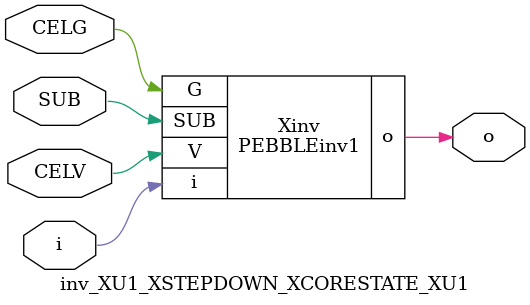
<source format=v>



module PEBBLEinv1 ( o, G, SUB, V, i );

  input V;
  input i;
  input G;
  output o;
  input SUB;
endmodule

//Celera Confidential Do Not Copy inv_XU1_XSTEPDOWN_XCORESTATE_XU1
//Celera Confidential Symbol Generator
//5V Inverter
module inv_XU1_XSTEPDOWN_XCORESTATE_XU1 (CELV,CELG,i,o,SUB);
input CELV;
input CELG;
input i;
input SUB;
output o;

//Celera Confidential Do Not Copy inv
PEBBLEinv1 Xinv(
.V (CELV),
.i (i),
.o (o),
.SUB (SUB),
.G (CELG)
);
//,diesize,PEBBLEinv1

//Celera Confidential Do Not Copy Module End
//Celera Schematic Generator
endmodule

</source>
